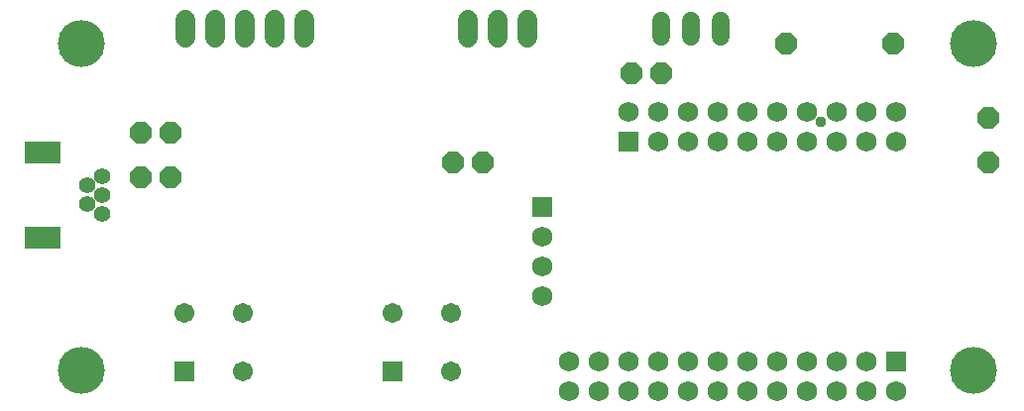
<source format=gbr>
G04 EAGLE Gerber RS-274X export*
G75*
%MOMM*%
%FSLAX34Y34*%
%LPD*%
%INSoldermask Top*%
%IPPOS*%
%AMOC8*
5,1,8,0,0,1.08239X$1,22.5*%
G01*
%ADD10C,4.013200*%
%ADD11R,3.102950X1.908759*%
%ADD12R,3.101191X1.903519*%
%ADD13R,3.102200X1.896169*%
%ADD14C,1.411200*%
%ADD15C,0.903200*%
%ADD16C,1.727200*%
%ADD17R,1.727200X1.727200*%
%ADD18C,1.727200*%
%ADD19R,1.711200X1.711200*%
%ADD20C,1.711200*%
%ADD21P,2.034460X8X22.500000*%
%ADD22P,2.034460X8X202.500000*%
%ADD23C,1.524000*%
%ADD24P,1.951982X8X22.500000*%
%ADD25C,0.959600*%


D10*
X50800Y330200D03*
X50800Y50800D03*
X812800Y50800D03*
X812800Y330200D03*
D11*
X17795Y237204D03*
D12*
X17786Y237178D03*
D13*
X17791Y164141D03*
D14*
X68280Y200660D03*
X68280Y184660D03*
X56280Y208660D03*
X56280Y192660D03*
X68280Y216660D03*
D15*
X17780Y164160D03*
X17780Y237160D03*
D16*
X381000Y335280D02*
X381000Y350520D01*
X406400Y350520D02*
X406400Y335280D01*
X431800Y335280D02*
X431800Y350520D01*
D17*
X444500Y190500D03*
D18*
X444500Y165100D03*
X444500Y139700D03*
X444500Y114300D03*
D17*
X518160Y246380D03*
D18*
X518160Y271780D03*
X543560Y246380D03*
X543560Y271780D03*
X568960Y246380D03*
X568960Y271780D03*
X594360Y246380D03*
X594360Y271780D03*
X619760Y246380D03*
X619760Y271780D03*
X645160Y246380D03*
X645160Y271780D03*
X670560Y246380D03*
X670560Y271780D03*
X695960Y246380D03*
X695960Y271780D03*
X721360Y246380D03*
X721360Y271780D03*
X746760Y246380D03*
X746760Y271780D03*
D17*
X746760Y58420D03*
D18*
X746760Y33020D03*
X721360Y58420D03*
X721360Y33020D03*
X695960Y58420D03*
X695960Y33020D03*
X670560Y58420D03*
X670560Y33020D03*
X645160Y58420D03*
X645160Y33020D03*
X619760Y58420D03*
X619760Y33020D03*
X594360Y58420D03*
X594360Y33020D03*
X568960Y58420D03*
X568960Y33020D03*
X543560Y58420D03*
X543560Y33020D03*
X518160Y58420D03*
X518160Y33020D03*
X492760Y58420D03*
X492760Y33020D03*
X467360Y58420D03*
X467360Y33020D03*
D19*
X138900Y50000D03*
D20*
X188900Y50000D03*
X188900Y100000D03*
X138900Y100000D03*
D19*
X316700Y50000D03*
D20*
X366700Y50000D03*
X366700Y100000D03*
X316700Y100000D03*
D21*
X101600Y215900D03*
X127000Y215900D03*
X101600Y254000D03*
X127000Y254000D03*
D22*
X546100Y304800D03*
X520700Y304800D03*
X393700Y228600D03*
X368300Y228600D03*
D16*
X139700Y335280D02*
X139700Y350520D01*
X165100Y350520D02*
X165100Y335280D01*
X190500Y335280D02*
X190500Y350520D01*
X215900Y350520D02*
X215900Y335280D01*
X241300Y335280D02*
X241300Y350520D01*
D23*
X596900Y349504D02*
X596900Y336296D01*
X546100Y336296D02*
X546100Y349504D01*
X571500Y349504D02*
X571500Y336296D01*
D24*
X825500Y266700D03*
X825500Y228600D03*
D22*
X744220Y330200D03*
X652780Y330200D03*
D25*
X682752Y263652D03*
M02*

</source>
